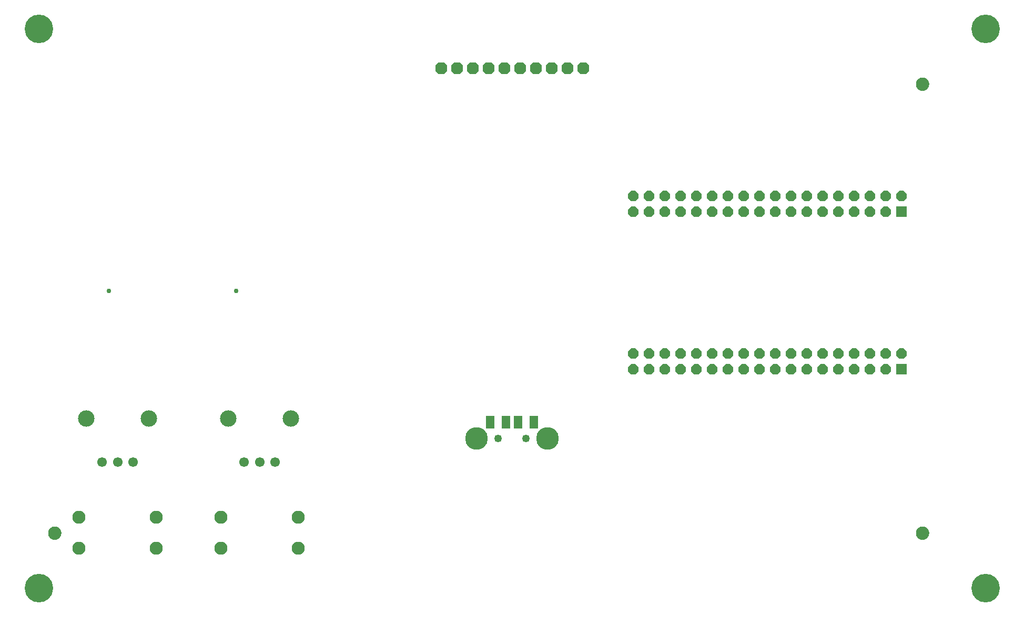
<source format=gbr>
G04 EAGLE Gerber RS-274X export*
G75*
%MOMM*%
%FSLAX34Y34*%
%LPD*%
%INSoldermask Bottom*%
%IPPOS*%
%AMOC8*
5,1,8,0,0,1.08239X$1,22.5*%
G01*
%ADD10R,1.676400X1.676400*%
%ADD11P,1.814519X8X202.500000*%
%ADD12C,1.552400*%
%ADD13C,2.652400*%
%ADD14C,2.112400*%
%ADD15C,3.652400*%
%ADD16R,1.352400X2.152400*%
%ADD17C,1.252400*%
%ADD18C,0.752400*%
%ADD19P,2.089446X8X112.500000*%
%ADD20C,0.609600*%
%ADD21C,1.168400*%
%ADD22C,4.597400*%


D10*
X1426800Y403600D03*
D11*
X1426800Y429000D03*
X1401400Y403600D03*
X1401400Y429000D03*
X1376000Y403600D03*
X1376000Y429000D03*
X1350600Y403600D03*
X1350600Y429000D03*
X1325200Y403600D03*
X1325200Y429000D03*
X1299800Y403600D03*
X1299800Y429000D03*
X1274400Y403600D03*
X1274400Y429000D03*
X1249000Y403600D03*
X1249000Y429000D03*
X1223600Y403600D03*
X1223600Y429000D03*
X1198200Y403600D03*
X1198200Y429000D03*
X1172800Y403600D03*
X1172800Y429000D03*
X1147400Y403600D03*
X1147400Y429000D03*
X1122000Y403600D03*
X1122000Y429000D03*
X1096600Y403600D03*
X1096600Y429000D03*
X1071200Y403600D03*
X1071200Y429000D03*
X1045800Y403600D03*
X1045800Y429000D03*
X1020400Y403600D03*
X1020400Y429000D03*
X995000Y403600D03*
X995000Y429000D03*
D10*
X1426800Y657600D03*
D11*
X1426800Y683000D03*
X1401400Y657600D03*
X1401400Y683000D03*
X1376000Y657600D03*
X1376000Y683000D03*
X1350600Y657600D03*
X1350600Y683000D03*
X1325200Y657600D03*
X1325200Y683000D03*
X1299800Y657600D03*
X1299800Y683000D03*
X1274400Y657600D03*
X1274400Y683000D03*
X1249000Y657600D03*
X1249000Y683000D03*
X1223600Y657600D03*
X1223600Y683000D03*
X1198200Y657600D03*
X1198200Y683000D03*
X1172800Y657600D03*
X1172800Y683000D03*
X1147400Y657600D03*
X1147400Y683000D03*
X1122000Y657600D03*
X1122000Y683000D03*
X1096600Y657600D03*
X1096600Y683000D03*
X1071200Y657600D03*
X1071200Y683000D03*
X1045800Y657600D03*
X1045800Y683000D03*
X1020400Y657600D03*
X1020400Y683000D03*
X995000Y657600D03*
X995000Y683000D03*
D12*
X368700Y254000D03*
X393700Y254000D03*
X418700Y254000D03*
D13*
X343700Y324000D03*
X443700Y324000D03*
D12*
X140100Y254000D03*
X165100Y254000D03*
X190100Y254000D03*
D13*
X115100Y324000D03*
X215100Y324000D03*
D14*
X456200Y164700D03*
X456200Y114700D03*
X331200Y114700D03*
X331200Y164700D03*
X227600Y164700D03*
X227600Y114700D03*
X102600Y114700D03*
X102600Y164700D03*
D15*
X857100Y292100D03*
X743100Y292100D03*
D16*
X765100Y318100D03*
X790100Y318100D03*
X810100Y318100D03*
X835100Y318100D03*
D17*
X822600Y292100D03*
X777600Y292100D03*
D18*
X151400Y529500D03*
X355900Y529500D03*
D19*
X685800Y889000D03*
X711200Y889000D03*
X736600Y889000D03*
X762000Y889000D03*
X787400Y889000D03*
X812800Y889000D03*
X838200Y889000D03*
X863600Y889000D03*
X889000Y889000D03*
X914400Y889000D03*
D20*
X55880Y139700D02*
X55882Y139887D01*
X55889Y140074D01*
X55901Y140261D01*
X55917Y140447D01*
X55937Y140633D01*
X55962Y140818D01*
X55992Y141003D01*
X56026Y141187D01*
X56065Y141370D01*
X56108Y141552D01*
X56156Y141732D01*
X56208Y141912D01*
X56265Y142090D01*
X56325Y142267D01*
X56391Y142442D01*
X56460Y142616D01*
X56534Y142788D01*
X56612Y142958D01*
X56694Y143126D01*
X56780Y143292D01*
X56870Y143456D01*
X56964Y143617D01*
X57062Y143777D01*
X57164Y143933D01*
X57270Y144088D01*
X57380Y144239D01*
X57493Y144388D01*
X57610Y144534D01*
X57730Y144677D01*
X57854Y144817D01*
X57981Y144954D01*
X58112Y145088D01*
X58246Y145219D01*
X58383Y145346D01*
X58523Y145470D01*
X58666Y145590D01*
X58812Y145707D01*
X58961Y145820D01*
X59112Y145930D01*
X59267Y146036D01*
X59423Y146138D01*
X59583Y146236D01*
X59744Y146330D01*
X59908Y146420D01*
X60074Y146506D01*
X60242Y146588D01*
X60412Y146666D01*
X60584Y146740D01*
X60758Y146809D01*
X60933Y146875D01*
X61110Y146935D01*
X61288Y146992D01*
X61468Y147044D01*
X61648Y147092D01*
X61830Y147135D01*
X62013Y147174D01*
X62197Y147208D01*
X62382Y147238D01*
X62567Y147263D01*
X62753Y147283D01*
X62939Y147299D01*
X63126Y147311D01*
X63313Y147318D01*
X63500Y147320D01*
X63687Y147318D01*
X63874Y147311D01*
X64061Y147299D01*
X64247Y147283D01*
X64433Y147263D01*
X64618Y147238D01*
X64803Y147208D01*
X64987Y147174D01*
X65170Y147135D01*
X65352Y147092D01*
X65532Y147044D01*
X65712Y146992D01*
X65890Y146935D01*
X66067Y146875D01*
X66242Y146809D01*
X66416Y146740D01*
X66588Y146666D01*
X66758Y146588D01*
X66926Y146506D01*
X67092Y146420D01*
X67256Y146330D01*
X67417Y146236D01*
X67577Y146138D01*
X67733Y146036D01*
X67888Y145930D01*
X68039Y145820D01*
X68188Y145707D01*
X68334Y145590D01*
X68477Y145470D01*
X68617Y145346D01*
X68754Y145219D01*
X68888Y145088D01*
X69019Y144954D01*
X69146Y144817D01*
X69270Y144677D01*
X69390Y144534D01*
X69507Y144388D01*
X69620Y144239D01*
X69730Y144088D01*
X69836Y143933D01*
X69938Y143777D01*
X70036Y143617D01*
X70130Y143456D01*
X70220Y143292D01*
X70306Y143126D01*
X70388Y142958D01*
X70466Y142788D01*
X70540Y142616D01*
X70609Y142442D01*
X70675Y142267D01*
X70735Y142090D01*
X70792Y141912D01*
X70844Y141732D01*
X70892Y141552D01*
X70935Y141370D01*
X70974Y141187D01*
X71008Y141003D01*
X71038Y140818D01*
X71063Y140633D01*
X71083Y140447D01*
X71099Y140261D01*
X71111Y140074D01*
X71118Y139887D01*
X71120Y139700D01*
X71118Y139513D01*
X71111Y139326D01*
X71099Y139139D01*
X71083Y138953D01*
X71063Y138767D01*
X71038Y138582D01*
X71008Y138397D01*
X70974Y138213D01*
X70935Y138030D01*
X70892Y137848D01*
X70844Y137668D01*
X70792Y137488D01*
X70735Y137310D01*
X70675Y137133D01*
X70609Y136958D01*
X70540Y136784D01*
X70466Y136612D01*
X70388Y136442D01*
X70306Y136274D01*
X70220Y136108D01*
X70130Y135944D01*
X70036Y135783D01*
X69938Y135623D01*
X69836Y135467D01*
X69730Y135312D01*
X69620Y135161D01*
X69507Y135012D01*
X69390Y134866D01*
X69270Y134723D01*
X69146Y134583D01*
X69019Y134446D01*
X68888Y134312D01*
X68754Y134181D01*
X68617Y134054D01*
X68477Y133930D01*
X68334Y133810D01*
X68188Y133693D01*
X68039Y133580D01*
X67888Y133470D01*
X67733Y133364D01*
X67577Y133262D01*
X67417Y133164D01*
X67256Y133070D01*
X67092Y132980D01*
X66926Y132894D01*
X66758Y132812D01*
X66588Y132734D01*
X66416Y132660D01*
X66242Y132591D01*
X66067Y132525D01*
X65890Y132465D01*
X65712Y132408D01*
X65532Y132356D01*
X65352Y132308D01*
X65170Y132265D01*
X64987Y132226D01*
X64803Y132192D01*
X64618Y132162D01*
X64433Y132137D01*
X64247Y132117D01*
X64061Y132101D01*
X63874Y132089D01*
X63687Y132082D01*
X63500Y132080D01*
X63313Y132082D01*
X63126Y132089D01*
X62939Y132101D01*
X62753Y132117D01*
X62567Y132137D01*
X62382Y132162D01*
X62197Y132192D01*
X62013Y132226D01*
X61830Y132265D01*
X61648Y132308D01*
X61468Y132356D01*
X61288Y132408D01*
X61110Y132465D01*
X60933Y132525D01*
X60758Y132591D01*
X60584Y132660D01*
X60412Y132734D01*
X60242Y132812D01*
X60074Y132894D01*
X59908Y132980D01*
X59744Y133070D01*
X59583Y133164D01*
X59423Y133262D01*
X59267Y133364D01*
X59112Y133470D01*
X58961Y133580D01*
X58812Y133693D01*
X58666Y133810D01*
X58523Y133930D01*
X58383Y134054D01*
X58246Y134181D01*
X58112Y134312D01*
X57981Y134446D01*
X57854Y134583D01*
X57730Y134723D01*
X57610Y134866D01*
X57493Y135012D01*
X57380Y135161D01*
X57270Y135312D01*
X57164Y135467D01*
X57062Y135623D01*
X56964Y135783D01*
X56870Y135944D01*
X56780Y136108D01*
X56694Y136274D01*
X56612Y136442D01*
X56534Y136612D01*
X56460Y136784D01*
X56391Y136958D01*
X56325Y137133D01*
X56265Y137310D01*
X56208Y137488D01*
X56156Y137668D01*
X56108Y137848D01*
X56065Y138030D01*
X56026Y138213D01*
X55992Y138397D01*
X55962Y138582D01*
X55937Y138767D01*
X55917Y138953D01*
X55901Y139139D01*
X55889Y139326D01*
X55882Y139513D01*
X55880Y139700D01*
D21*
X63500Y139700D03*
D20*
X1452880Y863600D02*
X1452882Y863787D01*
X1452889Y863974D01*
X1452901Y864161D01*
X1452917Y864347D01*
X1452937Y864533D01*
X1452962Y864718D01*
X1452992Y864903D01*
X1453026Y865087D01*
X1453065Y865270D01*
X1453108Y865452D01*
X1453156Y865632D01*
X1453208Y865812D01*
X1453265Y865990D01*
X1453325Y866167D01*
X1453391Y866342D01*
X1453460Y866516D01*
X1453534Y866688D01*
X1453612Y866858D01*
X1453694Y867026D01*
X1453780Y867192D01*
X1453870Y867356D01*
X1453964Y867517D01*
X1454062Y867677D01*
X1454164Y867833D01*
X1454270Y867988D01*
X1454380Y868139D01*
X1454493Y868288D01*
X1454610Y868434D01*
X1454730Y868577D01*
X1454854Y868717D01*
X1454981Y868854D01*
X1455112Y868988D01*
X1455246Y869119D01*
X1455383Y869246D01*
X1455523Y869370D01*
X1455666Y869490D01*
X1455812Y869607D01*
X1455961Y869720D01*
X1456112Y869830D01*
X1456267Y869936D01*
X1456423Y870038D01*
X1456583Y870136D01*
X1456744Y870230D01*
X1456908Y870320D01*
X1457074Y870406D01*
X1457242Y870488D01*
X1457412Y870566D01*
X1457584Y870640D01*
X1457758Y870709D01*
X1457933Y870775D01*
X1458110Y870835D01*
X1458288Y870892D01*
X1458468Y870944D01*
X1458648Y870992D01*
X1458830Y871035D01*
X1459013Y871074D01*
X1459197Y871108D01*
X1459382Y871138D01*
X1459567Y871163D01*
X1459753Y871183D01*
X1459939Y871199D01*
X1460126Y871211D01*
X1460313Y871218D01*
X1460500Y871220D01*
X1460687Y871218D01*
X1460874Y871211D01*
X1461061Y871199D01*
X1461247Y871183D01*
X1461433Y871163D01*
X1461618Y871138D01*
X1461803Y871108D01*
X1461987Y871074D01*
X1462170Y871035D01*
X1462352Y870992D01*
X1462532Y870944D01*
X1462712Y870892D01*
X1462890Y870835D01*
X1463067Y870775D01*
X1463242Y870709D01*
X1463416Y870640D01*
X1463588Y870566D01*
X1463758Y870488D01*
X1463926Y870406D01*
X1464092Y870320D01*
X1464256Y870230D01*
X1464417Y870136D01*
X1464577Y870038D01*
X1464733Y869936D01*
X1464888Y869830D01*
X1465039Y869720D01*
X1465188Y869607D01*
X1465334Y869490D01*
X1465477Y869370D01*
X1465617Y869246D01*
X1465754Y869119D01*
X1465888Y868988D01*
X1466019Y868854D01*
X1466146Y868717D01*
X1466270Y868577D01*
X1466390Y868434D01*
X1466507Y868288D01*
X1466620Y868139D01*
X1466730Y867988D01*
X1466836Y867833D01*
X1466938Y867677D01*
X1467036Y867517D01*
X1467130Y867356D01*
X1467220Y867192D01*
X1467306Y867026D01*
X1467388Y866858D01*
X1467466Y866688D01*
X1467540Y866516D01*
X1467609Y866342D01*
X1467675Y866167D01*
X1467735Y865990D01*
X1467792Y865812D01*
X1467844Y865632D01*
X1467892Y865452D01*
X1467935Y865270D01*
X1467974Y865087D01*
X1468008Y864903D01*
X1468038Y864718D01*
X1468063Y864533D01*
X1468083Y864347D01*
X1468099Y864161D01*
X1468111Y863974D01*
X1468118Y863787D01*
X1468120Y863600D01*
X1468118Y863413D01*
X1468111Y863226D01*
X1468099Y863039D01*
X1468083Y862853D01*
X1468063Y862667D01*
X1468038Y862482D01*
X1468008Y862297D01*
X1467974Y862113D01*
X1467935Y861930D01*
X1467892Y861748D01*
X1467844Y861568D01*
X1467792Y861388D01*
X1467735Y861210D01*
X1467675Y861033D01*
X1467609Y860858D01*
X1467540Y860684D01*
X1467466Y860512D01*
X1467388Y860342D01*
X1467306Y860174D01*
X1467220Y860008D01*
X1467130Y859844D01*
X1467036Y859683D01*
X1466938Y859523D01*
X1466836Y859367D01*
X1466730Y859212D01*
X1466620Y859061D01*
X1466507Y858912D01*
X1466390Y858766D01*
X1466270Y858623D01*
X1466146Y858483D01*
X1466019Y858346D01*
X1465888Y858212D01*
X1465754Y858081D01*
X1465617Y857954D01*
X1465477Y857830D01*
X1465334Y857710D01*
X1465188Y857593D01*
X1465039Y857480D01*
X1464888Y857370D01*
X1464733Y857264D01*
X1464577Y857162D01*
X1464417Y857064D01*
X1464256Y856970D01*
X1464092Y856880D01*
X1463926Y856794D01*
X1463758Y856712D01*
X1463588Y856634D01*
X1463416Y856560D01*
X1463242Y856491D01*
X1463067Y856425D01*
X1462890Y856365D01*
X1462712Y856308D01*
X1462532Y856256D01*
X1462352Y856208D01*
X1462170Y856165D01*
X1461987Y856126D01*
X1461803Y856092D01*
X1461618Y856062D01*
X1461433Y856037D01*
X1461247Y856017D01*
X1461061Y856001D01*
X1460874Y855989D01*
X1460687Y855982D01*
X1460500Y855980D01*
X1460313Y855982D01*
X1460126Y855989D01*
X1459939Y856001D01*
X1459753Y856017D01*
X1459567Y856037D01*
X1459382Y856062D01*
X1459197Y856092D01*
X1459013Y856126D01*
X1458830Y856165D01*
X1458648Y856208D01*
X1458468Y856256D01*
X1458288Y856308D01*
X1458110Y856365D01*
X1457933Y856425D01*
X1457758Y856491D01*
X1457584Y856560D01*
X1457412Y856634D01*
X1457242Y856712D01*
X1457074Y856794D01*
X1456908Y856880D01*
X1456744Y856970D01*
X1456583Y857064D01*
X1456423Y857162D01*
X1456267Y857264D01*
X1456112Y857370D01*
X1455961Y857480D01*
X1455812Y857593D01*
X1455666Y857710D01*
X1455523Y857830D01*
X1455383Y857954D01*
X1455246Y858081D01*
X1455112Y858212D01*
X1454981Y858346D01*
X1454854Y858483D01*
X1454730Y858623D01*
X1454610Y858766D01*
X1454493Y858912D01*
X1454380Y859061D01*
X1454270Y859212D01*
X1454164Y859367D01*
X1454062Y859523D01*
X1453964Y859683D01*
X1453870Y859844D01*
X1453780Y860008D01*
X1453694Y860174D01*
X1453612Y860342D01*
X1453534Y860512D01*
X1453460Y860684D01*
X1453391Y860858D01*
X1453325Y861033D01*
X1453265Y861210D01*
X1453208Y861388D01*
X1453156Y861568D01*
X1453108Y861748D01*
X1453065Y861930D01*
X1453026Y862113D01*
X1452992Y862297D01*
X1452962Y862482D01*
X1452937Y862667D01*
X1452917Y862853D01*
X1452901Y863039D01*
X1452889Y863226D01*
X1452882Y863413D01*
X1452880Y863600D01*
D21*
X1460500Y863600D03*
D20*
X1452880Y139700D02*
X1452882Y139887D01*
X1452889Y140074D01*
X1452901Y140261D01*
X1452917Y140447D01*
X1452937Y140633D01*
X1452962Y140818D01*
X1452992Y141003D01*
X1453026Y141187D01*
X1453065Y141370D01*
X1453108Y141552D01*
X1453156Y141732D01*
X1453208Y141912D01*
X1453265Y142090D01*
X1453325Y142267D01*
X1453391Y142442D01*
X1453460Y142616D01*
X1453534Y142788D01*
X1453612Y142958D01*
X1453694Y143126D01*
X1453780Y143292D01*
X1453870Y143456D01*
X1453964Y143617D01*
X1454062Y143777D01*
X1454164Y143933D01*
X1454270Y144088D01*
X1454380Y144239D01*
X1454493Y144388D01*
X1454610Y144534D01*
X1454730Y144677D01*
X1454854Y144817D01*
X1454981Y144954D01*
X1455112Y145088D01*
X1455246Y145219D01*
X1455383Y145346D01*
X1455523Y145470D01*
X1455666Y145590D01*
X1455812Y145707D01*
X1455961Y145820D01*
X1456112Y145930D01*
X1456267Y146036D01*
X1456423Y146138D01*
X1456583Y146236D01*
X1456744Y146330D01*
X1456908Y146420D01*
X1457074Y146506D01*
X1457242Y146588D01*
X1457412Y146666D01*
X1457584Y146740D01*
X1457758Y146809D01*
X1457933Y146875D01*
X1458110Y146935D01*
X1458288Y146992D01*
X1458468Y147044D01*
X1458648Y147092D01*
X1458830Y147135D01*
X1459013Y147174D01*
X1459197Y147208D01*
X1459382Y147238D01*
X1459567Y147263D01*
X1459753Y147283D01*
X1459939Y147299D01*
X1460126Y147311D01*
X1460313Y147318D01*
X1460500Y147320D01*
X1460687Y147318D01*
X1460874Y147311D01*
X1461061Y147299D01*
X1461247Y147283D01*
X1461433Y147263D01*
X1461618Y147238D01*
X1461803Y147208D01*
X1461987Y147174D01*
X1462170Y147135D01*
X1462352Y147092D01*
X1462532Y147044D01*
X1462712Y146992D01*
X1462890Y146935D01*
X1463067Y146875D01*
X1463242Y146809D01*
X1463416Y146740D01*
X1463588Y146666D01*
X1463758Y146588D01*
X1463926Y146506D01*
X1464092Y146420D01*
X1464256Y146330D01*
X1464417Y146236D01*
X1464577Y146138D01*
X1464733Y146036D01*
X1464888Y145930D01*
X1465039Y145820D01*
X1465188Y145707D01*
X1465334Y145590D01*
X1465477Y145470D01*
X1465617Y145346D01*
X1465754Y145219D01*
X1465888Y145088D01*
X1466019Y144954D01*
X1466146Y144817D01*
X1466270Y144677D01*
X1466390Y144534D01*
X1466507Y144388D01*
X1466620Y144239D01*
X1466730Y144088D01*
X1466836Y143933D01*
X1466938Y143777D01*
X1467036Y143617D01*
X1467130Y143456D01*
X1467220Y143292D01*
X1467306Y143126D01*
X1467388Y142958D01*
X1467466Y142788D01*
X1467540Y142616D01*
X1467609Y142442D01*
X1467675Y142267D01*
X1467735Y142090D01*
X1467792Y141912D01*
X1467844Y141732D01*
X1467892Y141552D01*
X1467935Y141370D01*
X1467974Y141187D01*
X1468008Y141003D01*
X1468038Y140818D01*
X1468063Y140633D01*
X1468083Y140447D01*
X1468099Y140261D01*
X1468111Y140074D01*
X1468118Y139887D01*
X1468120Y139700D01*
X1468118Y139513D01*
X1468111Y139326D01*
X1468099Y139139D01*
X1468083Y138953D01*
X1468063Y138767D01*
X1468038Y138582D01*
X1468008Y138397D01*
X1467974Y138213D01*
X1467935Y138030D01*
X1467892Y137848D01*
X1467844Y137668D01*
X1467792Y137488D01*
X1467735Y137310D01*
X1467675Y137133D01*
X1467609Y136958D01*
X1467540Y136784D01*
X1467466Y136612D01*
X1467388Y136442D01*
X1467306Y136274D01*
X1467220Y136108D01*
X1467130Y135944D01*
X1467036Y135783D01*
X1466938Y135623D01*
X1466836Y135467D01*
X1466730Y135312D01*
X1466620Y135161D01*
X1466507Y135012D01*
X1466390Y134866D01*
X1466270Y134723D01*
X1466146Y134583D01*
X1466019Y134446D01*
X1465888Y134312D01*
X1465754Y134181D01*
X1465617Y134054D01*
X1465477Y133930D01*
X1465334Y133810D01*
X1465188Y133693D01*
X1465039Y133580D01*
X1464888Y133470D01*
X1464733Y133364D01*
X1464577Y133262D01*
X1464417Y133164D01*
X1464256Y133070D01*
X1464092Y132980D01*
X1463926Y132894D01*
X1463758Y132812D01*
X1463588Y132734D01*
X1463416Y132660D01*
X1463242Y132591D01*
X1463067Y132525D01*
X1462890Y132465D01*
X1462712Y132408D01*
X1462532Y132356D01*
X1462352Y132308D01*
X1462170Y132265D01*
X1461987Y132226D01*
X1461803Y132192D01*
X1461618Y132162D01*
X1461433Y132137D01*
X1461247Y132117D01*
X1461061Y132101D01*
X1460874Y132089D01*
X1460687Y132082D01*
X1460500Y132080D01*
X1460313Y132082D01*
X1460126Y132089D01*
X1459939Y132101D01*
X1459753Y132117D01*
X1459567Y132137D01*
X1459382Y132162D01*
X1459197Y132192D01*
X1459013Y132226D01*
X1458830Y132265D01*
X1458648Y132308D01*
X1458468Y132356D01*
X1458288Y132408D01*
X1458110Y132465D01*
X1457933Y132525D01*
X1457758Y132591D01*
X1457584Y132660D01*
X1457412Y132734D01*
X1457242Y132812D01*
X1457074Y132894D01*
X1456908Y132980D01*
X1456744Y133070D01*
X1456583Y133164D01*
X1456423Y133262D01*
X1456267Y133364D01*
X1456112Y133470D01*
X1455961Y133580D01*
X1455812Y133693D01*
X1455666Y133810D01*
X1455523Y133930D01*
X1455383Y134054D01*
X1455246Y134181D01*
X1455112Y134312D01*
X1454981Y134446D01*
X1454854Y134583D01*
X1454730Y134723D01*
X1454610Y134866D01*
X1454493Y135012D01*
X1454380Y135161D01*
X1454270Y135312D01*
X1454164Y135467D01*
X1454062Y135623D01*
X1453964Y135783D01*
X1453870Y135944D01*
X1453780Y136108D01*
X1453694Y136274D01*
X1453612Y136442D01*
X1453534Y136612D01*
X1453460Y136784D01*
X1453391Y136958D01*
X1453325Y137133D01*
X1453265Y137310D01*
X1453208Y137488D01*
X1453156Y137668D01*
X1453108Y137848D01*
X1453065Y138030D01*
X1453026Y138213D01*
X1452992Y138397D01*
X1452962Y138582D01*
X1452937Y138767D01*
X1452917Y138953D01*
X1452901Y139139D01*
X1452889Y139326D01*
X1452882Y139513D01*
X1452880Y139700D01*
D21*
X1460500Y139700D03*
D22*
X38100Y50800D03*
X1562100Y50800D03*
X1562100Y952500D03*
X38100Y952500D03*
M02*

</source>
